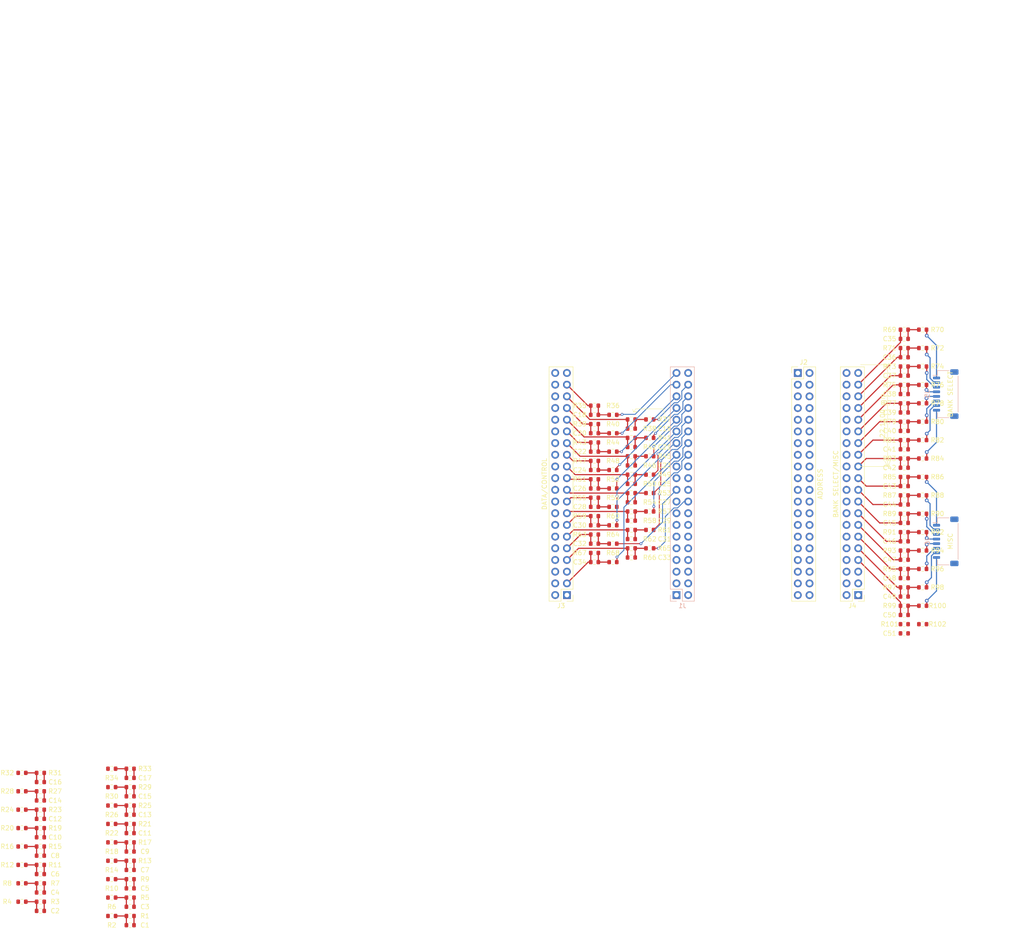
<source format=kicad_pcb>
(kicad_pcb (version 20221018) (generator pcbnew)
  (layers (0 "F.Cu" signal) (31 "B.Cu" signal) (34 "B.Paste" user) (35 "F.Paste" user) (36 "B.SilkS" user "B.Silkscreen") (37 "F.SilkS" user "F.Silkscreen") (38 "B.Mask" user) (39 "F.Mask" user) (44 "Edge.Cuts" user))
  (net 0 "")
  (net 1 "Net-(J2-Pin_37)")
  (net 2 "Net-(C1-Pad1)")
  (net 3 "Net-(J2-Pin_35)")
  (net 4 "Net-(C2-Pad1)")
  (net 5 "Net-(J2-Pin_33)")
  (net 6 "Net-(C3-Pad1)")
  (net 7 "Net-(J2-Pin_31)")
  (net 8 "Net-(C4-Pad1)")
  (net 9 "Net-(J2-Pin_29)")
  (net 10 "Net-(C5-Pad1)")
  (net 11 "Net-(J2-Pin_27)")
  (net 12 "Net-(C6-Pad1)")
  (net 13 "Net-(J2-Pin_25)")
  (net 14 "Net-(C7-Pad1)")
  (net 15 "Net-(J2-Pin_23)")
  (net 16 "Net-(C8-Pad1)")
  (net 17 "Net-(J2-Pin_21)")
  (net 18 "Net-(C9-Pad1)")
  (net 19 "Net-(J2-Pin_19)")
  (net 20 "Net-(C10-Pad1)")
  (net 21 "Net-(J2-Pin_17)")
  (net 22 "Net-(C11-Pad1)")
  (net 23 "Net-(J2-Pin_15)")
  (net 24 "Net-(C12-Pad1)")
  (net 25 "Net-(J2-Pin_13)")
  (net 26 "Net-(C13-Pad1)")
  (net 27 "Net-(J2-Pin_11)")
  (net 28 "Net-(C14-Pad1)")
  (net 29 "Net-(J2-Pin_9)")
  (net 30 "Net-(C15-Pad1)")
  (net 31 "Net-(J2-Pin_7)")
  (net 32 "Net-(C16-Pad1)")
  (net 33 "Net-(J2-Pin_3)")
  (net 34 "Net-(C17-Pad1)")
  (net 35 "Net-(J3-Pin_37)")
  (net 36 "Net-(C18-Pad2)")
  (net 37 "Net-(J3-Pin_35)")
  (net 38 "Net-(C19-Pad2)")
  (net 39 "Net-(J3-Pin_33)")
  (net 40 "Net-(C20-Pad2)")
  (net 41 "Net-(J3-Pin_31)")
  (net 42 "Net-(C21-Pad2)")
  (net 43 "Net-(J3-Pin_29)")
  (net 44 "Net-(C22-Pad2)")
  (net 45 "Net-(J3-Pin_27)")
  (net 46 "Net-(C23-Pad2)")
  (net 47 "Net-(J3-Pin_25)")
  (net 48 "Net-(C24-Pad2)")
  (net 49 "Net-(J3-Pin_23)")
  (net 50 "Net-(C25-Pad2)")
  (net 51 "Net-(J3-Pin_21)")
  (net 52 "Net-(C26-Pad2)")
  (net 53 "Net-(J3-Pin_19)")
  (net 54 "Net-(C27-Pad2)")
  (net 55 "Net-(J3-Pin_17)")
  (net 56 "Net-(C28-Pad2)")
  (net 57 "Net-(J3-Pin_15)")
  (net 58 "Net-(C29-Pad2)")
  (net 59 "Net-(J3-Pin_13)")
  (net 60 "Net-(C30-Pad2)")
  (net 61 "Net-(J3-Pin_11)")
  (net 62 "Net-(C31-Pad2)")
  (net 63 "Net-(J3-Pin_9)")
  (net 64 "Net-(C32-Pad2)")
  (net 65 "Net-(J3-Pin_7)")
  (net 66 "Net-(C33-Pad2)")
  (net 67 "Net-(J3-Pin_3)")
  (net 68 "Net-(C34-Pad2)")
  (net 69 "Net-(J4-Pin_37)")
  (net 70 "Net-(C35-Pad2)")
  (net 71 "Net-(J4-Pin_35)")
  (net 72 "Net-(C36-Pad2)")
  (net 73 "Net-(J4-Pin_33)")
  (net 74 "Net-(C37-Pad2)")
  (net 75 "Net-(J4-Pin_31)")
  (net 76 "Net-(C38-Pad2)")
  (net 77 "Net-(J4-Pin_29)")
  (net 78 "Net-(C39-Pad2)")
  (net 79 "Net-(J4-Pin_27)")
  (net 80 "Net-(C40-Pad2)")
  (net 81 "Net-(J4-Pin_25)")
  (net 82 "Net-(C41-Pad2)")
  (net 83 "Net-(J4-Pin_23)")
  (net 84 "Net-(C42-Pad2)")
  (net 85 "Net-(J4-Pin_21)")
  (net 86 "Net-(C43-Pad2)")
  (net 87 "Net-(J4-Pin_19)")
  (net 88 "Net-(C44-Pad2)")
  (net 89 "Net-(J4-Pin_17)")
  (net 90 "Net-(C45-Pad2)")
  (net 91 "Net-(J4-Pin_15)")
  (net 92 "Net-(C46-Pad2)")
  (net 93 "Net-(J4-Pin_13)")
  (net 94 "Net-(C47-Pad2)")
  (net 95 "Net-(J4-Pin_11)")
  (net 96 "Net-(C48-Pad2)")
  (net 97 "Net-(J4-Pin_9)")
  (net 98 "Net-(C49-Pad2)")
  (net 99 "Net-(J4-Pin_7)")
  (net 100 "Net-(C50-Pad2)")
  (net 101 "Net-(J4-Pin_3)")
  (net 102 "Net-(C51-Pad2)")
  (net 104 "Net-(J1-Pin_2)")
  (net 105 "Net-(J1-Pin_3)")
  (net 106 "Net-(J1-Pin_4)")
  (net 107 "Net-(J1-Pin_5)")
  (net 108 "Net-(J1-Pin_6)")
  (net 109 "Net-(J1-Pin_7)")
  (net 110 "Net-(J1-Pin_8)")
  (net 111 "Net-(J1-Pin_9)")
  (net 112 "Net-(J1-Pin_10)")
  (net 113 "Net-(J1-Pin_11)")
  (net 114 "Net-(J1-Pin_12)")
  (net 115 "Net-(J1-Pin_13)")
  (net 116 "Net-(J1-Pin_14)")
  (net 117 "Net-(J1-Pin_15)")
  (net 118 "Net-(J1-Pin_16)")
  (net 119 "Net-(J1-Pin_17)")
  (net 120 "Net-(J1-Pin_18)")
  (net 121 "Net-(J1-Pin_19)")
  (net 122 "GND")
  (net 124 "Net-(J1-Pin_23)")
  (net 125 "Net-(J1-Pin_24)")
  (net 126 "Net-(J1-Pin_25)")
  (net 127 "Net-(J1-Pin_26)")
  (net 128 "Net-(J1-Pin_27)")
  (net 129 "Net-(J1-Pin_28)")
  (net 130 "Net-(J1-Pin_29)")
  (net 131 "Net-(J1-Pin_30)")
  (net 132 "Net-(J1-Pin_31)")
  (net 133 "Net-(J1-Pin_32)")
  (net 134 "Net-(J1-Pin_33)")
  (net 135 "Net-(J1-Pin_34)")
  (net 136 "Net-(J1-Pin_35)")
  (net 137 "Net-(J1-Pin_36)")
  (net 138 "Net-(J1-Pin_37)")
  (net 139 "Net-(J1-Pin_38)")
  (net 140 "Net-(J1-Pin_39)")
  (net 151 "Net-(J5-Pin_1)")
  (net 152 "Net-(J5-Pin_2)")
  (net 153 "Net-(J5-Pin_3)")
  (net 154 "Net-(J5-Pin_4)")
  (net 155 "Net-(J5-Pin_5)")
  (net 156 "Net-(J5-Pin_6)")
  (net 157 "Net-(J5-Pin_7)")
  (net 158 "Net-(J5-Pin_8)")
  (net 160 "Net-(J6-Pin_1)")
  (net 161 "Net-(J6-Pin_2)")
  (net 162 "Net-(J6-Pin_3)")
  (net 163 "Net-(J6-Pin_4)")
  (net 164 "Net-(J6-Pin_5)")
  (net 165 "Net-(J6-Pin_6)")
  (net 166 "Net-(J6-Pin_7)")
  (net 167 "Net-(J6-Pin_8)")
  (footprint "Resistor_SMD:R_0603_1608Metric" (layer "F.Cu") (at -73.425 202.6)
    (fp_text reference "R6")
    (fp_text value "250R" hide)
  )
  (footprint "Resistor_SMD:R_0603_1608Metric" (layer "F.Cu") (at 98.7 137.19)
    (fp_text reference "C49")
    (fp_text value "8.2pF")
  )
  (footprint "Resistor_SMD:R_0603_1608Metric" (layer "F.Cu") (at 31.425 107.7)
    (fp_text reference "R47")
    (fp_text value "90.9k")
  )
  (footprint "Resistor_SMD:R_0603_1608Metric" (layer "F.Cu") (at -88.925 185.5)
    (fp_text reference "C12")
    (fp_text value "8.2pF" hide)
  )
  (footprint "Resistor_SMD:R_0603_1608Metric" (layer "F.Cu") (at 102.7 111.19)
    (fp_text reference "R86")
    (fp_text value "250R")
  )
  (footprint "Resistor_SMD:R_0603_1608Metric" (layer "F.Cu") (at 39.425 120.7)
    (fp_text reference "C29")
    (fp_text value "8.2pF")
  )
  (footprint "Resistor_SMD:R_0603_1608Metric" (layer "F.Cu") (at 31.425 119.7)
    (fp_text reference "R59")
    (fp_text value "90.9k")
  )
  (footprint "Resistor_SMD:R_0603_1608Metric" (layer "F.Cu") (at 102.7 91.19)
    (fp_text reference "R76")
    (fp_text value "250R")
  )
  (footprint "Resistor_SMD:R_0603_1608Metric" (layer "F.Cu") (at -92.925 175.5)
    (fp_text reference "R32")
    (fp_text value "250R" hide)
  )
  (footprint "Resistor_SMD:R_0603_1608Metric" (layer "F.Cu") (at 98.7 113.19)
    (fp_text reference "C43")
    (fp_text value "8.2pF")
  )
  (footprint "Resistor_SMD:R_0603_1608Metric" (layer "F.Cu") (at -88.925 189.5)
    (fp_text reference "C10")
    (fp_text value "8.2pF" hide)
  )
  (footprint "Resistor_SMD:R_0603_1608Metric" (layer "F.Cu") (at -92.925 183.5)
    (fp_text reference "R24")
    (fp_text value "250R" hide)
  )
  (footprint "Resistor_SMD:R_0603_1608Metric" (layer "F.Cu") (at 102.7 127.19)
    (fp_text reference "R94")
    (fp_text value "250R")
  )
  (footprint "Resistor_SMD:R_0603_1608Metric" (layer "F.Cu") (at 43.425 118.7)
    (fp_text reference "R58")
    (fp_text value "250R")
  )
  (footprint "Resistor_SMD:R_0603_1608Metric" (layer "F.Cu") (at 31.425 117.7)
    (fp_text reference "C28")
    (fp_text value "8.2pF")
  )
  (footprint "Resistor_SMD:R_0603_1608Metric" (layer "F.Cu") (at 39.425 112.7)
    (fp_text reference "C25")
    (fp_text value "8.2pF")
  )
  (footprint "Resistor_SMD:R_0603_1608Metric" (layer "F.Cu") (at 35.425 101.7)
    (fp_text reference "R40")
    (fp_text value "250R")
  )
  (footprint "Resistor_SMD:R_0603_1608Metric" (layer "F.Cu") (at -73.425 182.6)
    (fp_text reference "R26")
    (fp_text value "250R" hide)
  )
  (footprint "Resistor_SMD:R_0603_1608Metric" (layer "F.Cu") (at 98.7 105.19)
    (fp_text reference "C41")
    (fp_text value "8.2pF")
  )
  (footprint "Resistor_SMD:R_0603_1608Metric" (layer "F.Cu") (at 98.7 115.19)
    (fp_text reference "R87")
    (fp_text value "90.9k")
  )
  (footprint "Resistor_SMD:R_0603_1608Metric" (layer "F.Cu") (at 98.7 123.19)
    (fp_text reference "R91")
    (fp_text value "90.9k")
  )
  (footprint "Resistor_SMD:R_0603_1608Metric" (layer "F.Cu") (at -69.425 206.6)
    (fp_text reference "R1")
    (fp_text value "90.9k" hide)
  )
  (footprint "Resistor_SMD:R_0603_1608Metric" (layer "F.Cu") (at -73.425 194.6)
    (fp_text reference "R14")
    (fp_text value "250R" hide)
  )
  (footprint "Resistor_SMD:R_0603_1608Metric" (layer "F.Cu") (at 31.425 109.7)
    (fp_text reference "C24")
    (fp_text value "8.2pF")
  )
  (footprint "Resistor_SMD:R_0603_1608Metric" (layer "F.Cu") (at 102.7 83.19)
    (fp_text reference "R72")
    (fp_text value "250R")
  )
  (footprint "Resistor_SMD:R_0603_1608Metric" (layer "F.Cu") (at 98.7 117.19)
    (fp_text reference "C44")
    (fp_text value "8.2pF")
  )
  (footprint "Resistor_SMD:R_0603_1608Metric" (layer "F.Cu") (at 98.7 131.19)
    (fp_text reference "R95")
    (fp_text value "90.9k")
  )
  (footprint "Resistor_SMD:R_0603_1608Metric" (layer "F.Cu") (at 98.7 127.19)
    (fp_text reference "R93")
    (fp_text value "90.9k")
  )
  (footprint "Resistor_SMD:R_0603_1608Metric" (layer "F.Cu") (at 98.7 81.19)
    (fp_text reference "C35")
    (fp_text value "8.2pF")
  )
  (footprint "Resistor_SMD:R_0603_1608Metric" (layer "F.Cu") (at -69.425 202.6)
    (fp_text reference "R5")
    (fp_text value "90.9k" hide)
  )
  (footprint "Resistor_SMD:R_0603_1608Metric" (layer "F.Cu") (at 35.425 121.7)
    (fp_text reference "R60")
    (fp_text value "250R")
  )
  (footprint "Resistor_SMD:R_0603_1608Metric" (layer "F.Cu") (at 102.7 135.19)
    (fp_text reference "R98")
    (fp_text value "250R")
  )
  (footprint "Resistor_SMD:R_0603_1608Metric" (layer "F.Cu") (at -88.925 203.5)
    (fp_text reference "R3")
    (fp_text value "90.9k" hide)
  )
  (footprint "Resistor_SMD:R_0603_1608Metric" (layer "F.Cu") (at 98.7 125.19)
    (fp_text reference "C46")
    (fp_text value "8.2pF")
  )
  (footprint "Resistor_SMD:R_0603_1608Metric" (layer "F.Cu") (at -69.425 182.6)
    (fp_text reference "R25")
    (fp_text value "90.9k" hide)
  )
  (footprint "Resistor_SMD:R_0603_1608Metric" (layer "F.Cu") (at -73.425 186.6)
    (fp_text reference "R22")
    (fp_text value "250R" hide)
  )
  (footprint "Resistor_SMD:R_0603_1608Metric" (layer "F.Cu") (at -69.425 200.6)
    (fp_text reference "C5")
    (fp_text value "8.2pF" hide)
  )
  (footprint "Resistor_SMD:R_0603_1608Metric" (layer "F.Cu") (at -69.425 196.6)
    (fp_text reference "C7")
    (fp_text value "8.2pF" hide)
  )
  (footprint "Resistor_SMD:R_0603_1608Metric" (layer "F.Cu") (at 35.425 125.7)
    (fp_text reference "R64")
    (fp_text value "250R")
  )
  (footprint "Resistor_SMD:R_0603_1608Metric" (layer "F.Cu") (at 98.7 87.19)
    (fp_text reference "R73")
    (fp_text value "90.9k")
  )
  (footprint "Resistor_SMD:R_0603_1608Metric" (layer "F.Cu") (at 43.425 110.7)
    (fp_text reference "R50")
    (fp_text value "250R")
  )
  (footprint "Resistor_SMD:R_0603_1608Metric" (layer "F.Cu") (at -88.925 183.5)
    (fp_text reference "R23")
    (fp_text value "90.9k" hide)
  )
  (footprint "Resistor_SMD:R_0603_1608Metric" (layer "F.Cu") (at 98.7 101.19)
    (fp_text reference "C40")
    (fp_text value "8.2pF")
  )
  (footprint "Resistor_SMD:R_0603_1608Metric" (layer "F.Cu") (at -69.425 176.6)
    (fp_text reference "C17")
    (fp_text value "8.2pF" hide)
  )
  (footprint "Resistor_SMD:R_0603_1608Metric" (layer "F.Cu") (at 39.425 118.7)
    (fp_text reference "R57")
    (fp_text value "90.9k")
  )
  (footprint "Resistor_SMD:R_0603_1608Metric" (layer "F.Cu") (at 98.7 109.19)
    (fp_text reference "C42")
    (fp_text value "8.2pF")
  )
  (footprint "Resistor_SMD:R_0603_1608Metric" (layer "F.Cu") (at 102.7 119.19)
    (fp_text reference "R90")
    (fp_text value "250R")
  )
  (footprint "Resistor_SMD:R_0603_1608Metric" (layer "F.Cu") (at 31.425 95.7)
    (fp_text reference "R35")
    (fp_text value "90.9k")
  )
  (footprint "Resistor_SMD:R_0603_1608Metric" (layer "F.Cu") (at 43.425 126.7)
    (fp_text reference "R66")
    (fp_text value "250R")
  )
  (footprint "Resistor_SMD:R_0603_1608Metric" (layer "F.Cu") (at 102.7 115.19)
    (fp_text reference "R88")
    (fp_text value "250R")
  )
  (footprint "Resistor_SMD:R_0603_1608Metric" (layer "F.Cu") (at 31.425 97.7)
    (fp_text reference "C18")
    (fp_text value "8.2pF")
  )
  (footprint "Connector_PinHeader_2.54mm:PinHeader_2x20_P2.54mm_Vertical" (layer "F.Cu") (at 75.575 88.61)
    (fp_text reference "J2")
    (fp_text value "ADDRESS")
  )
  (footprint "Resistor_SMD:R_0603_1608Metric" (layer "F.Cu") (at 35.425 105.7)
    (fp_text reference "R44")
    (fp_text value "250R")
  )
  (footprint "Resistor_SMD:R_0603_1608Metric" (layer "F.Cu") (at -69.425 208.6)
    (fp_text reference "C1")
    (fp_text value "8.2pF" hide)
  )
  (footprint "Resistor_SMD:R_0603_1608Metric" (layer "F.Cu") (at 98.7 143.19)
    (fp_text reference "R101")
    (fp_text value "90.9k")
  )
  (footprint "Resistor_SMD:R_0603_1608Metric" (layer "F.Cu") (at -69.425 188.6)
    (fp_text reference "C11")
    (fp_text value "8.2pF" hide)
  )
  (footprint "Resistor_SMD:R_0603_1608Metric" (layer "F.Cu") (at 35.425 129.7)
    (fp_text reference "R68")
    (fp_text value "250R")
  )
  (footprint "Resistor_SMD:R_0603_1608Metric" (layer "F.Cu") (at -69.425 190.6)
    (fp_text reference "R17")
    (fp_text value "90.9k" hide)
  )
  (footprint "Resistor_SMD:R_0603_1608Metric" (layer "F.Cu") (at 39.425 116.7)
    (fp_text reference "C27")
    (fp_text value "8.2pF")
  )
  (footprint "Resistor_SMD:R_0603_1608Metric" (layer "F.Cu") (at -69.425 184.6)
    (fp_text reference "C13")
    (fp_text value "8.2pF" hide)
  )
  (footprint "Resistor_SMD:R_0603_1608Metric" (layer "F.Cu") (at 98.7 141.19)
    (fp_text reference "C50")
    (fp_text value "8.2pF")
  )
  (footprint "Resistor_SMD:R_0603_1608Metric" (layer "F.Cu") (at 31.425 111.7)
    (fp_text reference "R51")
    (fp_text value "90.9k")
  )
  (footprint "Resistor_SMD:R_0603_1608Metric" (layer "F.Cu") (at 102.7 95.19)
    (fp_text reference "R78")
    (fp_text value "250R")
  )
  (footprint "Resistor_SMD:R_0603_1608Metric" (layer "F.Cu") (at -92.925 195.5)
    (fp_text reference "R12")
    (fp_text value "250R" hide)
  )
  (footprint "Resistor_SMD:R_0603_1608Metric" (layer "F.Cu") (at 98.7 91.19)
    (fp_text reference "R75")
    (fp_text value "90.9k")
  )
  (footprint "Resistor_SMD:R_0603_1608Metric" (layer "F.Cu") (at 39.425 104.7)
    (fp_text reference "C21")
    (fp_text value "8.2pF")
  )
  (footprint "Resistor_SMD:R_0603_1608Metric" (layer "F.Cu") (at 98.7 83.19)
    (fp_text reference "R71")
    (fp_text value "90.9k")
  )
  (footprint "Connector_PinHeader_2.54mm:PinHeader_2x20_P2.54mm_Vertical" (layer "F.Cu") (at 25.425 136.86 180)
    (fp_text reference "J3")
    (fp_text value "DATA/CONTROL")
  )
  (footprint "Resistor_SMD:R_0603_1608Metric" (layer "F.Cu") (at 102.7 107.19)
    (fp_text reference "R84")
    (fp_text value "250R")
  )
  (footprint "Resistor_SMD:R_0603_1608Metric" (layer "F.Cu") (at 98.7 95.19)
    (fp_text reference "R77")
    (fp_text value "90.9k")
  )
  (footprint "Resistor_SMD:R_0603_1608Metric" (layer "F.Cu") (at 98.7 129.19)
    (fp_text reference "C47")
    (fp_text value "8.2pF")
  )
  (footprint "Resistor_SMD:R_0603_1608Metric" (layer "F.Cu") (at 98.7 99.19)
    (fp_text reference "R79")
    (fp_text value "90.9k")
  )
  (footprint "Resistor_SMD:R_0603_1608Metric" (layer "F.Cu") (at 98.7 121.19)
    (fp_text reference "C45")
    (fp_text value "8.2pF")
  )
  (footprint "Resistor_SMD:R_0603_1608Metric" (layer "F.Cu") (at -88.925 177.5)
    (fp_text reference "C16")
    (fp_text value "8.2pF" hide)
  )
  (footprint "Resistor_SMD:R_0603_1608Metric" (layer "F.Cu") (at -88.925 197.5)
    (fp_text reference "C6")
    (fp_text value "8.2pF" hide)
  )
  (footprint "Resistor_SMD:R_0603_1608Metric" (layer "F.Cu") (at 102.7 99.19)
    (fp_text reference "R80")
    (fp_text value "250R")
  )
  (footprint "Resistor_SMD:R_0603_1608Metric" (layer "F.Cu") (at 31.425 105.7)
    (fp_text reference "C22")
    (fp_text value "8.2pF")
  )
  (footprint "Resistor_SMD:R_0603_1608Metric" (layer "F.Cu") (at 98.7 107.19)
    (fp_text reference "R83")
    (fp_text value "90.9k")
  )
  (footprint "Resistor_SMD:R_0603_1608Metric" (layer "F.Cu") (at 39.425 110.7)
    (fp_text reference "R49")
    (fp_text value "90.9k")
  )
  (footprint "Resistor_SMD:R_0603_1608Metric" (layer "F.Cu") (at -88.925 201.5)
    (fp_text reference "C4")
    (fp_text value "8.2pF" hide)
  )
  (footprint "Resistor_SMD:R_0603_1608Metric" (layer "F.Cu") (at 98.7 93.19)
    (fp_text reference "C38")
    (fp_text value "8.2pF")
  )
  (footprint "Resistor_SMD:R_0603_1608Metric" (layer "F.Cu") (at 35.425 97.7)
    (fp_text reference "R36")
    (fp_text value "250R")
  )
  (footprint "Resistor_SMD:R_0603_1608Metric" (layer "F.Cu") (at -92.925 191.5)
    (fp_text reference "R16")
    (fp_text value "250R" hide)
  )
  (footprint "Resistor_SMD:R_0603_1608Metric" (layer "F.Cu") (at -92.925 187.5)
    (fp_text reference "R20")
    (fp_text value "250R" hide)
  )
  (footprint "Resistor_SMD:R_0603_1608Metric" (layer "F.Cu") (at 39.425 106.7)
    (fp_text reference "R45")
    (fp_text value "90.9k")
  )
  (footprint "Resistor_SMD:R_0603_1608Metric" (layer "F.Cu") (at 39.425 126.7)
    (fp_text reference "R65")
    (fp_text value "90.9k")
  )
  (footprint "Resistor_SMD:R_0603_1608Metric" (layer "F.Cu") (at 98.7 79.19)
    (fp_text reference "R69")
    (fp_text value "90.9k")
  )
  (footprint "Resistor_SMD:R_0603_1608Metric" (layer "F.Cu") (at 98.7 133.19)
    (fp_text reference "C48")
    (fp_text value "8.2pF")
  )
  (footprint "Resistor_SMD:R_0603_1608Metric" (layer "F.Cu") (at 98.7 135.19)
    (fp_text reference "R97")
    (fp_text value "90.9k")
  )
  (footprint "Resistor_SMD:R_0603_1608Metric" (layer "F.Cu") (at 39.425 128.7)
    (fp_text reference "C33")
    (fp_text value "8.2pF")
  )
  (footprint "Resistor_SMD:R_0603_1608Metric" (layer "F.Cu") (at 35.425 117.7)
    (fp_text reference "R56")
    (fp_text value "250R")
  )
  (footprint "Resistor_SMD:R_0603_1608Metric" (layer "F.Cu") (at 31.425 103.7)
    (fp_text reference "R43")
    (fp_text value "90.9k")
  )
  (footprint "Resistor_SMD:R_0603_1608Metric" (layer "F.Cu") (at 31.425 121.7)
    (fp_text reference "C30")
    (fp_text value "8.2pF")
  )
  (footprint "Resistor_SMD:R_0603_1608Metric" (layer "F.Cu") (at 31.425 125.7)
    (fp_text reference "C32")
    (fp_text value "8.2pF")
  )
  (footprint "Resistor_SMD:R_0603_1608Metric" (layer "F.Cu") (at 102.7 103.19)
    (fp_text reference "R82")
    (fp_text value "250R")
  )
  (footprint "Resistor_SMD:R_0603_1608Metric" (layer "F.Cu") (at -88.925 175.5)
    (fp_text reference "R31")
    (fp_text value "90.9k" hide)
  )
  (footprint "Resistor_SMD:R_0603_1608Metric" (layer "F.Cu") (at 31.425 101.7)
    (fp_text reference "C20")
    (fp_text value "8.2pF")
  )
  (footprint "Resistor_SMD:R_0603_1608Metric" (layer "F.Cu") (at 39.425 114.7)
    (fp_text reference "R53")
    (fp_text value "90.9k")
  )
  (footprint "Resistor_SMD:R_0603_1608Metric" (layer "F.Cu") (at 39.425 124.7)
    (fp_text reference "C31")
    (fp_text value "8.2pF")
  )
  (footprint "Resistor_SMD:R_0603_1608Metric" (layer "F.Cu") (at 31.425 129.7)
    (fp_text reference "C34")
    (fp_text value "8.2pF")
  )
  (footprint "Resistor_SMD:R_0603_1608Metric" (layer "F.Cu") (at 43.425 98.7)
    (fp_text reference "R38")
    (fp_text value "250R")
  )
  (footprint "Resistor_SMD:R_0603_1608Metric" (layer "F.Cu") (at -88.925 195.5)
    (fp_text reference "R11")
    (fp_text value "90.9k" hide)
  )
  (footprint "Resistor_SMD:R_0603_1608Metric" (layer "F.Cu") (at 98.7 97.19)
    (fp_text reference "C39")
    (fp_text value "8.2pF")
  )
  (footprint "Resistor_SMD:R_0603_1608Metric" (layer "F.Cu") (at 98.7 89.19)
    (fp_text reference "C37")
    (fp_text value "8.2pF")
  )
  (footprint "Resistor_SMD:R_0603_1608Metric" (layer "F.Cu") (at -69.425 198.6)
    (fp_text reference "R9")
    (fp_text value "90.9k" hide)
  )
  (footprint "Resistor_SMD:R_0603_1608Metric" (layer "F.Cu") (at 98.7 85.19)
    (fp_text reference "C36")
    (fp_text value "8.2pF")
  )
  (footprint "Resistor_SMD:R_0603_1608Metric" (layer "F.Cu") (at -69.425 186.6)
    (fp_text reference "R21")
    (fp_text value "90.9k" hide)
  )
  (footprint "Resistor_SMD:R_0603_1608Metric" (layer "F.Cu") (at -88.925 193.5)
    (fp_text reference "C8")
    (fp_text value "8.2pF" hide)
  )
  (footprint "Resistor_SMD:R_0603_1608Metric" (layer "F.Cu") (at 39.425 102.7)
    (fp_text reference "R41")
    (fp_text value "90.9k")
  )
  (footprint "Resistor_SMD:R_0603_1608Metric" (layer "F.Cu") (at -69.425 174.6)
    (fp_text reference "R33")
    (fp_text value "90.9k" hide)
  )
  (footprint "Resistor_SMD:R_0603_1608Metric" (layer "F.Cu") (at 102.7 139.19)
    (fp_text reference "R100")
    (fp_text value "250R")
  )
  (footprint "Resistor_SMD:R_0603_1608Metric" (layer "F.Cu") (at 31.425 127.7)
    (fp_text reference "R67")
    (fp_text value "90.9k")
  )
  (footprint "Resistor_SMD:R_0603_1608Metric" (layer "F.Cu") (at 98.7 111.19)
    (fp_text reference "R85")
    (fp_text value "90.9k")
  )
  (footprint "Resistor_SMD:R_0603_1608Metric" (layer "F.Cu") (at -88.925 179.5)
    (fp_text reference "R27")
    (fp_text value "90.9k" hide)
  )
  (footprint "Resistor_SMD:R_0603_1608Metric" (layer "F.Cu") (at 31.425 99.7)
    (fp_text reference "R39")
    (fp_text value "90.9k")
  )
  (footprint "Resistor_SMD:R_0603_1608Metric" (layer "F.Cu") (at 39.425 98.7)
    (fp_text reference "R37")
    (fp_text value "90.9k")
  )
  (footprint "Resistor_SMD:R_0603_1608Metric" (layer "F.Cu") (at 31.425 113.7)
    (fp_text reference "C26")
    (fp_text value "8.2pF")
  )
  (footprint "Resistor_SMD:R_0603_1608Metric" (layer "F.Cu") (at 39.425 100.7)
    (fp_text reference "C19")
    (fp_text value "8.2pF")
  )
  (footprint "Resistor_SMD:R_0603_1608Metric" (layer "F.Cu") (at -92.925 203.5)
    (fp_text reference "R4")
    (fp_text value "250R" hide)
  )
  (footprint "Resistor_SMD:R_0603_1608Metric" (layer "F.Cu") (at -73.425 198.6)
    (fp_text reference "R10")
    (fp_text value "250R" hide)
  )
  (footprint "Resistor_SMD:R_0603_1608Metric" (layer "F.Cu") (at 43.425 102.7)
    (fp_text reference "R42")
    (fp_text value "250R")
  )
  (footprint "Resistor_SMD:R_0603_1608Metric" (layer "F.Cu") (at -73.425 190.6)
    (fp_text reference "R18")
    (fp_text value "250R" hide)
  )
  (footprint "Resistor_SMD:R_0603_1608Metric" (layer "F.Cu") (at 35.425 113.7)
    (fp_text reference "R52")
    (fp_text value "250R")
  )
  (footprint "Resistor_SMD:R_0603_1608Metric" (layer "F.Cu") (at 43.425 106.7)
    (fp_text reference "R46")
    (fp_text value "250R")
  )
  (footprint "Resistor_SMD:R_0603_1608Metric" (layer "F.Cu") (at 102.7 131.19)
    (fp_text reference "R96")
    (fp_text value "250R")
  )
  (footprint "Resistor_SMD:R_0603_1608Metric" (layer "F.Cu") (at 98.7 119.19)
    (fp_text reference "R89")
    (fp_text value "90.9k")
  )
  (footprint "Resistor_SMD:R_0603_1608Metric" (layer "F.Cu") (at -88.925 199.5)
    (fp_text reference "R7")
    (fp_text value "90.9k" hide)
  )
  (footprint "Resistor_SMD:R_0603_1608Metric" (layer "F.Cu") (at -88.925 205.5)
    (fp_text reference "C2")
    (fp_text value "8.2pF" hide)
  )
  (footprint "Resistor_SMD:R_0603_1608Metric" (layer "F.Cu") (at -88.925 191.5)
    (fp_text reference "R15")
    (fp_text value "90.9k" hide)
  )
  (footprint "Resistor_SMD:R_0603_1608Metric" (layer "F.Cu") (at 43.425 114.7)
    (fp_text reference "R54")
    (fp_text value "250R")
  )
  (footprint "Resistor_SMD:R_0603_1608Metric" (layer "F.Cu") (at -92.925 179.5)
    (fp_text reference "R28")
    (fp_text value "250R" hide)
  )
  (footprint "Resistor_SMD:R_0603_1608Metric" (layer "F.Cu") (at 98.7 139.19)
    (fp_text reference "R99")
    (fp_text value "90.9k")
  )
  (footprint "Resistor_SMD:R_0603_1608Metric" (layer "F.Cu") (at 102.7 123.19)
    (fp_text reference "R92")
    (fp_text value "250R")
  )
  (footprint "Resistor_SMD:R_0603_1608Metric" (layer "F.Cu") (at 102.7 87.19)
    (fp_text reference "R74")
    (fp_text value "250R")
  )
  (footprint "Resistor_SMD:R_0603_1608Metric" (layer "F.Cu") (at -69.425 180.6)
    (fp_text reference "C15")
    (fp_text value "8.2pF" hide)
  )
  (footprint "Resistor_SMD:R_0603_1608Metric" (layer "F.Cu") (at 39.425 108.7)
    (fp_text reference "C23")
    (fp_text value "8.2pF")
  )
  (footprint "Resistor_SMD:R_0603_1608Metric" (layer "F.Cu") (at 98.7 145.19)
    (fp_text reference "C51")
    (fp_text value "8.2pF")
  )
  (footprint "Resistor_SMD:R_0603_1608Metric" (layer "F.Cu") (at 31.425 123.7)
    (fp_text reference "R63")
    (fp_text value "90.9k")
  )
  (footprint "Resistor_SMD:R_0603_1608Metric" (layer "F.Cu") (at 98.7 103.19)
    (fp_text reference "R81")
    (fp_text value "90.9k")
  )
  (footprint "Resistor_SMD:R_0603_1608Metric" (layer "F.Cu") (at -88.925 187.5)
    (fp_text reference "R19")
    (fp_text value "90.9k" hide)
  )
  (footprint "Resistor_SMD:R_0603_1608Metric" (layer "F.Cu") (at 39.425 122.7)
    (fp_text reference "R61")
    (fp_text value "90.9k")
  )
  (footprint "Resistor_SMD:R_0603_1608Metric" (layer "F.Cu") (at -73.425 206.6)
    (fp_text reference "R2")
    (fp_text value "250R" hide)
  )
  (footprint "Resistor_SMD:R_0603_1608Metric" (layer "F.Cu") (at -92.925 199.5)
    (fp_text reference "R8")
    (fp_text value "250R" hide)
  )
  (footprint "Resistor_SMD:R_0603_1608Metric" (layer "F.Cu") (at 43.425 122.7)
    (fp_text reference "R62")
    (fp_text value "250R")
  )
  (footprint "Resistor_SMD:R_0603_1608Metric" (layer "F.Cu") (at 35.425 109.7)
    (fp_text reference "R48")
    (fp_text value "250R")
  )
  (footprint "Connector_PinHeader_2.54mm:PinHeader_2x20_P2.54mm_Vertical" (layer "F.Cu") (at 88.7 136.86 180)
    (fp_text reference "J4")
    (fp_text value "BANK SELECT/MISC")
  )
  (footprint "Resistor_SMD:R_0603_1608Metric" (layer "F.Cu") (at -73.425 178.6)
    (fp_text reference "R30")
    (fp_text value "250R" hide)
  )
  (footprint "Resistor_SMD:R_0603_1608Metric" (layer "F.Cu") (at 31.425 115.7)
    (fp_text reference "R55")
    (fp_text value "90.9k")
  )
  (footprint "Resistor_SMD:R_0603_1608Metric" (layer "F.Cu") (at -88.925 181.5)
    (fp_text reference "C14")
    (fp_text value "8.2pF" hide)
  )
  (footprint "Resistor_SMD:R_0603_1608Metric" (layer "F.Cu") (at 102.7 79.19)
    (fp_text reference "R70")
    (fp_text value "250R")
  )
  (footprint "Resistor_SMD:R_0603_1608Metric" (layer "F.Cu") (at -69.425 204.6)
    (fp_text reference "C3")
    (fp_text value "8.2pF" hide)
  )
  (footprint "Resistor_SMD:R_0603_1608Metric" (layer "F.Cu") (at -69.425 192.6)
    (fp_text reference "C9")
    (fp_text value "8.2pF" hide)
  )
  (footprint "Resistor_SMD:R_0603_1608Metric" (layer "F.Cu") (at -73.425 174.6)
    (fp_text reference "R34")
    (fp_text value "250R" hide)
  )
  (footprint "Resistor_SMD:R_0603_1608Metric" (layer "F.Cu") (at -69.425 178.6)
    (fp_text reference "R29")
    (fp_text value "90.9k" hide)
  )
  (footprint "Resistor_SMD:R_0603_1608Metric" (layer "F.Cu") (at 102.7 143.19)
    (fp_text reference "R102")
    (fp_text value "250R")
  )
  (footprint "Resistor_SMD:R_0603_1608Metric" (layer "F.Cu") (at -69.425 194.6)
    (fp_text reference "R13")
    (fp_text value "90.9k" hide)
  )
  (footprint "Connector_PinHeader_2.54mm:PinHeader_2x20_P2.54mm_Vertical" (layer "B.Cu") (at 49.225 136.86)
    (fp_text reference "J1")
    (fp_text value "Conn_02x20_Counter_Clockwise" hide)
  )
  (footprint "Connector_JST:JST_SH_SM08B-SRSS-TB_1x08-1MP_P1.00mm_Horizontal" (layer "B.Cu") (at 107.7 125.19 -90)
    (fp_text reference "J6")
    (fp_text value "MISC")
  )
  (footprint "Connector_JST:JST_SH_SM08B-SRSS-TB_1x08-1MP_P1.00mm_Horizontal" (layer "B.Cu") (at 107.7 93.19 -90)
    (fp_text reference "J5")
    (fp_text value "BANK SELECT")
  )
  (gr_line (start 39.9 97.1) (end 39.7 96.5) (stroke (width 0.1)) (layer "F.SilkS"))
  (gr_line (start 40.7 97) (end 39.9 97.1) (stroke (width 0.1)) (layer "F.SilkS"))
  (gr_line (start 39.9 97.1) (end 40.7 97) (stroke (width 0.1)) (layer "F.SilkS"))
  (gr_line (start 46.7 97.5) (end 46.2 96.4) (stroke (width 0.1)) (layer "F.SilkS"))
  (gr_line (start 46.2 96.4) (end 40.4 96.4) (stroke (width 0.1)) (layer "F.SilkS"))
  (gr_line (start 40.4 96.4) (end 39.9 97.1) (stroke (width 0.1)) (layer "F.SilkS"))
  (segment (start -68.6 208.6) (end -68.6 206.6) (width 0.25) (layer "F.Cu") (net 1))
  (segment (start -70.25 206.6) (end -70.25 208.6) (width 0.25) (layer "F.Cu") (net 2))
  (segment (start -70.25 206.6) (end -72.6 206.6) (width 0.25) (layer "F.Cu") (net 2))
  (segment (start -88.1 205.5) (end -88.1 203.5) (width 0.25) (layer "F.Cu") (net 3))
  (segment (start -92.1 203.5) (end -89.75 203.5) (width 0.25) (layer "F.Cu") (net 4))
  (segment (start -89.75 203.5) (end -89.75 205.5) (width 0.25) (layer "F.Cu") (net 4))
  (segment (start -68.6 204.6) (end -68.6 202.6) (width 0.25) (layer "F.Cu") (net 5))
  (segment (start -70.25 202.6) (end -70.25 204.6) (width 0.25) (layer "F.Cu") (net 6))
  (segment (start -70.25 202.6) (end -72.6 202.6) (width 0.25) (layer "F.Cu") (net 6))
  (segment (start -88.1 201.5) (end -88.1 199.5) (width 0.25) (layer "F.Cu") (net 7))
  (segment (start -89.75 199.5) (end -89.75 201.5) (width 0.25) (layer "F.Cu") (net 8))
  (segment (start -89.75 199.5) (end -92.1 199.5) (width 0.25) (layer "F.Cu") (net 8))
  (segment (start -68.6 200.6) (end -68.6 198.6) (width 0.25) (layer "F.Cu") (net 9))
  (segment (start -72.6 198.6) (end -70.25 198.6) (width 0.25) (layer "F.Cu") (net 10))
  (segment (start -70.25 198.6) (end -70.25 200.6) (width 0.25) (layer "F.Cu") (net 10))
  (segment (start -88.1 197.5) (end -88.1 195.5) (width 0.25) (layer "F.Cu") (net 11))
  (segment (start -89.75 195.5) (end -89.75 197.5) (width 0.25) (layer "F.Cu") (net 12))
  (segment (start -92.1 195.5) (end -89.75 195.5) (width 0.25) (layer "F.Cu") (net 12))
  (segment (start -68.6 194.6) (end -68.6 196.6) (width 0.25) (layer "F.Cu") (net 13))
  (segment (start -70.25 196.6) (end -70.25 194.6) (width 0.25) (layer "F.Cu") (net 14))
  (segment (start -72.6 194.6) (end -70.25 194.6) (width 0.25) (layer "F.Cu") (net 14))
  (segment (start -88.1 191.5) (end -88.1 193.5) (width 0.25) (layer "F.Cu") (net 15))
  (segment (start -89.75 193.5) (end -89.75 191.5) (width 0.25) (layer "F.Cu") (net 16))
  (segment (start -89.75 191.5) (end -92.1 191.5) (width 0.25) (layer "F.Cu") (net 16))
  (segment (start -68.6 192.6) (end -68.6 190.6) (width 0.25) (layer "F.Cu") (net 17))
  (segment (start -72.6 190.6) (end -70.25 190.6) (width 0.25) (layer "F.Cu") (net 18))
  (segment (start -70.25 190.6) (end -70.25 192.6) (width 0.25) (layer "F.Cu") (net 18))
  (segment (start -88.1 187.5) (end -88.1 189.5) (width 0.25) (layer "F.Cu") (net 19))
  (segment (start -89.75 189.5) (end -89.75 187.5) (width 0.25) (layer "F.Cu") (net 20))
  (segment (start -89.75 187.5) (end -92.1 187.5) (width 0.25) (layer "F.Cu") (net 20))
  (segment (start -68.6 186.6) (end -68.6 188.6) (width 0.25) (layer "F.Cu") (net 21))
  (segment (start -70.25 188.6) (end -70.25 186.6) (width 0.25) (layer "F.Cu") (net 22))
  (segment (start -72.6 186.6) (end -70.25 186.6) (width 0.25) (layer "F.Cu") (net 22))
  (segment (start -88.1 185.5) (end -88.1 183.5) (width 0.25) (layer "F.Cu") (net 23))
  (segment (start -89.75 183.5) (end -89.75 185.5) (width 0.25) (layer "F.Cu") (net 24))
  (segment (start -89.75 183.5) (end -92.1 183.5) (width 0.25) (layer "F.Cu") (net 24))
  (segment (start -68.6 184.6) (end -68.6 182.6) (width 0.25) (layer "F.Cu") (net 25))
  (segment (start -70.25 182.6) (end -70.25 184.6) (width 0.25) (layer "F.Cu") (net 26))
  (segment (start -72.6 182.6) (end -70.25 182.6) (width 0.25) (layer "F.Cu") (net 26))
  (segment (start -88.1 181.5) (end -88.1 179.5) (width 0.25) (layer "F.Cu") (net 27))
  (segment (start -89.75 179.5) (end -89.75 181.5) (width 0.25) (layer "F.Cu") (net 28))
  (segment (start -89.75 179.5) (end -92.1 179.5) (width 0.25) (layer "F.Cu") (net 28))
  (segment (start -68.6 178.6) (end -68.6 180.6) (width 0.25) (layer "F.Cu") (net 29))
  (segment (start -70.25 178.6) (end -70.25 180.6) (width 0.25) (layer "F.Cu") (net 30))
  (segment (start -72.6 178.6) (end -70.25 178.6) (width 0.25) (layer "F.Cu") (net 30))
  (segment (start -88.1 175.5) (end -88.1 177.5) (width 0.25) (layer "F.Cu") (net 31))
  (segment (start -89.75 175.5) (end -89.75 177.5) (width 0.25) (layer "F.Cu") (net 32))
  (segment (start -92.1 175.5) (end -89.75 175.5) (width 0.25) (layer "F.Cu") (net 32))
  (segment (start -68.6 176.6) (end -68.6 174.6) (width 0.25) (layer "F.Cu") (net 33))
  (segment (start -70.25 174.6) (end -72.6 174.6) (width 0.25) (layer "F.Cu") (net 34))
  (segment (start -70.25 174.6) (end -70.25 176.6) (width 0.25) (layer "F.Cu") (net 34))
  (segment (start 29.985 95.7) (end 25.425 91.14) (width 0.25) (layer "F.Cu") (net 35))
  (segment (start 30.6 95.7) (end 29.985 95.7) (width 0.25) (layer "F.Cu") (net 35))
  (segment (start 30.6 97.7) (end 30.6 95.7) (width 0.25) (layer "F.Cu") (net 35))
  (segment (start 32.25 95.7) (end 32.25 97.7) (width 0.25) (layer "F.Cu") (net 36))
  (segment (start 34.6 97.7) (end 32.25 97.7) (width 0.2) (layer "F.Cu") (net 36))
  (segment (start 25.425 93.742462) (end 25.425 93.68) (width 0.25) (layer "F.Cu") (net 37))
  (segment (start 38.6 100.7) (end 38.6 98.7) (width 0.25) (layer "F.Cu") (net 37))
  (segment (start 38.6 98.7) (end 30.382538 98.7) (width 0.25) (layer "F.Cu") (net 37))
  (segment (start 30.382538 98.7) (end 25.425 93.742462) (width 0.25) (layer "F.Cu") (net 37))
  (segment (start 40.25 98.7) (end 42.6 98.7) (width 0.25) (layer "F.Cu") (net 38))
  (segment (start 40.25 98.7) (end 40.25 100.7) (width 0.25) (layer "F.Cu") (net 38))
  (segment (start 30.6 101.7) (end 30.6 99.7) (width 0.25) (layer "F.Cu") (net 39))
  (segment (start 30.6 99.7) (end 28.905 99.7) (width 0.25) (layer "F.Cu") (net 39))
  (segment (start 28.905 99.7) (end 25.425 96.22) (width 0.25) (layer "F.Cu") (net 39))
  (segment (start 32.25 101.7) (end 34.6 101.7) (width 0.25) (layer "F.Cu") (net 40))
  (segment (start 32.25 99.7) (end 32.25 101.7) (width 0.25) (layer "F.Cu") (net 40))
  (segment (start 29.165 102.5) (end 25.425 98.76) (width 0.25) (layer "F.Cu") (net 41))
  (segment (start 38.6 102.7) (end 38.4 102.5) (width 0.25) (layer "F.Cu") (net 41))
  (segment (start 38.4 102.5) (end 29.165 102.5) (width 0.25) (layer "F.Cu") (net 41))
  (segment (start 38.6 104.7) (end 38.6 102.7) (width 0.25) (layer "F.Cu") (net 41))
  (segment (start 40.25 102.7) (end 42.6 102.7) (width 0.25) (layer "F.Cu") (net 42))
  (segment (start 40.25 102.7) (end 40.25 104.7) (width 0.25) (layer "F.Cu") (net 42))
  (segment (start 27.825 103.7) (end 25.425 101.3) (width 0.25) (layer "F.Cu") (net 43))
  (segment (start 30.6 105.7) (end 30.6 103.7) (width 0.25) (layer "F.Cu") (net 43))
  (segment (start 30.6 103.7) (end 27.825 103.7) (width 0.25) (layer "F.Cu") (net 43))
  (segment (start 32.25 103.7) (end 32.25 105.7) (width 0.25) (layer "F.Cu") (net 44))
  (segment (start 32.25 105.7) (end 34.6 105.7) (width 0.25) (layer "F.Cu") (net 44))
  (segment (start 38.6 108.7) (end 38.6 106.7) (width 0.25) (layer "F.Cu") (net 45))
  (segment (start 38.6 106.7) (end 28.285 106.7) (width 0.25) (layer "F.Cu") (net 45))
  (segment (start 28.285 106.7) (end 25.425 103.84) (width 0.25) (layer "F.Cu") (net 45))
  (segment (start 40.25 106.7) (end 40.25 108.7) (width 0.25) (layer "F.Cu") (net 46))
  (segment (start 40.25 106.7) (end 42.6 106.7) (width 0.25) (layer "F.Cu") (net 46))
  (segment (start 30.6 109.7) (end 30.6 107.7) (width 0.25) (layer "F.Cu") (net 47))
  (segment (start 26.745 107.7) (end 25.425 106.38) (width 0.25) (layer "F.Cu") (net 47))
  (segment (start 30.6 107.7) (end 26.745 107.7) (width 0.25) (layer "F.Cu") (net 47))
  (segment (start 32.25 109.7) (end 34.6 109.7) (width 0.25) (layer "F.Cu") (net 48))
  (segment (start 32.25 107.7) (end 32.25 109.7) (width 0.25) (layer "F.Cu") (net 48))
  (segment (start 38.6 110.7) (end 27.205 110.7) (width 0.25) (layer "F.Cu") (net 49))
  (segment (start 38.6 112.7) (end 38.6 110.7) (width 0.25) (layer "F.Cu") (net 49))
  (segment (start 27.205 110.7) (end 25.425 108.92) (width 0.25) (layer "F.Cu") (net 49))
  (segment (start 40.25 110.7) (end 42.6 110.7) (width 0.25) (layer "F.Cu") (net 50))
  (segment (start 40.25 110.7) (end 40.25 112.7) (width 0.25) (layer "F.Cu") (net 50))
  (segment (start 25.665 111.7) (end 25.425 111.46) (width 0.25) (layer "F.Cu") (net 51))
  (segment (start 30.6 111.7) (end 25.665 111.7) (width 0.25) (layer "F.Cu") (net 51))
  (segment (start 30.6 113.7) (end 30.6 111.7) (width 0.25) (layer "F.Cu") (net 51))
  (segment (start 32.25 113.7) (end 34.6 113.7) (width 0.25) (layer "F.Cu") (net 52))
  (segment (start 32.25 111.7) (end 32.25 113.7) (width 0.25) (layer "F.Cu") (net 52))
  (segment (start 38.6 114.7) (end 26.125 114.7) (width 0.25) (layer "F.Cu") (net 53))
  (segment (start 26.125 114.7) (end 25.425 114) (width 0.25) (layer "F.Cu") (net 53))
  (segment (start 38.6 116.7) (end 38.6 114.7) (width 0.25) (layer "F.Cu") (net 53))
  (segment (start 40.25 114.7) (end 40.25 116.7) (width 0.25) (layer "F.Cu") (net 54))
  (segment (start 42.6 114.7) (end 40.25 114.7) (width 0.25) (layer "F.Cu") (net 54))
  (segment (start 26.265 115.7) (end 25.425 116.54) (width 0.25) (layer "F.Cu") (net 55))
  (segment (start 30.6 115.7) (end 26.265 115.7) (width 0.25) (layer "F.Cu") (net 55))
  (segment (start 30.6 117.7) (end 30.6 115.7) (width 0.25) (layer "F.Cu") (net 55))
  (segment (start 32.25 115.7) (end 32.25 117.7) (width 0.25) (layer "F.Cu") (net 56))
  (segment (start 32.25 117.7) (end 34.6 117.7) (width 0.25) (layer "F.Cu") (net 56))
  (segment (start 25.805 118.7) (end 25.425 119.08) (width 0.25) (layer "F.Cu") (net 57))
  (segment (start 38.6 120.7) (end 38.6 118.7) (width 0.25) (layer "F.Cu") (net 57))
  (segment (start 38.6 118.7) (end 25.805 118.7) (width 0.25) (layer "F.Cu") (net 57))
  (segment (start 40.25 118.7) (end 40.25 120.7) (width 0.25) (layer "F.Cu") (net 58))
  (segment (start 42.6 118.7) (end 40.25 118.7) (width 0.25) (layer "F.Cu") (net 58))
  (segment (start 27.345 119.7) (end 25.425 121.62) (width 0.25) (layer "F.Cu") (net 59))
  (segment (start 30.6 121.7) (end 30.6 119.7) (width 0.25) (layer "F.Cu") (net 59))
  (segment (start 30.6 119.7) (end 27.345 119.7) (width 0.25) (layer "F.Cu") (net 59))
  (segment (start 32.25 119.7) (end 32.25 121.7) (width 0.25) (layer "F.Cu") (net 60))
  (segment (start 32.25 121.7) (end 34.6 121.7) (width 0.25) (layer "F.Cu") (net 60))
  (segment (start 26.885 122.7) (end 25.425 124.16) (width 0.25) (layer "F.Cu") (net 61))
  (segment (start 38.6 124.7) (end 38.6 122.7) (width 0.25) (layer "F.Cu") (net 61))
  (segment (start 38.6 122.7) (end 26.885 122.7) (width 0.25) (layer "F.Cu") (net 61))
  (segment (start 40.25 122.7) (end 40.25 124.7) (width 0.25) (layer "F.Cu") (net 62))
  (segment (start 42.6 122.7) (end 40.25 122.7) (width 0.25) (layer "F.Cu") (net 62))
  (segment (start 30.6 125.7) (end 30.6 123.7) (width 0.25) (layer "F.Cu") (net 63))
  (segment (start 30.6 125.7) (end 30.6 125.585) (width 0.25) (layer "F.Cu") (net 63))
  (segment (start 30.6 123.7) (end 28.425 123.7) (width 0.25) (layer "F.Cu") (net 63))
  (segment (start 28.425 123.7) (end 25.425 126.7) (width 0.25) (layer "F.Cu") (net 63))
  (segment (start 32.25 125.7) (end 34.6 125.7) (width 0.25) (layer "F.Cu") (net 64))
  (segment (start 32.25 123.7) (end 32.25 125.7) (width 0.25) (layer "F.Cu") (net 64))
  (segment (start 27.965 126.7) (end 25.425 129.24) (width 0.25) (layer "F.Cu") (net 65))
  (segment (start 38.6 126.7) (end 38.6 128.7) (width 0.25) (layer "F.Cu") (net 65))
  (segment (start 38.6 126.7) (end 27.965 126.7) (width 0.25) (layer "F.Cu") (net 65))
  (segment (start 40.25 128.7) (end 40.25 126.7) (width 0.25) (layer "F.Cu") (net 66))
  (segment (start 42.6 126.7) (end 40.25 126.7) (width 0.25) (layer "F.Cu") (net 66))
  (segment (start 30.6 129.7) (end 30.6 127.7) (width 0.25) (layer "F.Cu") (net 67))
  (segment (start 30.045 129.7) (end 25.425 134.32) (width 0.25) (layer "F.Cu") (net 67))
  (segment (start 30.6 129.7) (end 30.045 129.7) (width 0.25) (layer "F.Cu") (net 67))
  (segment (start 32.25 129.7) (end 34.6 129.7) (width 0.25) (layer "F.Cu") (net 68))
  (segment (start 32.25 127.7) (end 32.25 129.7) (width 0.25) (layer "F.Cu") (net 68))
  (segment (start 97.875 81.19) (end 97.875 81.965) (width 0.25) (layer "F.Cu") (net 69))
  (segment (start 97.875 81.965) (end 88.7 91.14) (width 0.25) (layer "F.Cu") (net 69))
  (segment (start 97.875 79.19) (end 97.875 81.19) (width 0.25) (layer "F.Cu") (net 69))
  (segment (start 101.875 79.19) (end 99.525 79.19) (width 0.25) (layer "F.Cu") (net 70))
  (segment (start 99.525 79.19) (end 99.525 81.19) (width 0.25) (layer "F.Cu") (net 70))
  (segment (start 97.875 83.19) (end 97.875 85.19) (width 0.25) (layer "F.Cu") (net 71))
  (segment (start 97.875 85.19) (end 97.19 85.19) (width 0.25) (layer "F.Cu") (net 71))
  (segment (start 97.19 85.19) (end 88.7 93.68) (width 0.25) (layer "F.Cu") (net 71))
  (segment (start 99.525 83.19) (end 101.875 83.19) (width 0.25) (layer "F.Cu") (net 72))
  (segment (start 99.525 83.19) (end 99.525 85.19) (width 0.25) (layer "F.Cu") (net 72))
  (segment (start 97.875 89.19) (end 95.73 89.19) (width 0.25) (layer "F.Cu") (net 73))
  (segment (start 97.875 87.19) (end 97.875 89.19) (width 0.25) (layer "F.Cu") (net 73))
  (segment (start 95.73 89.19) (end 88.7 96.22) (width 0.25) (layer "F.Cu") (net 73))
  (segment (start 101.875 87.19) (end 99.525 87.19) (width 0.25) (layer "F.Cu") (net 74))
  (segment (start 99.525 87.19) (end 99.525 89.19) (width 0.25) (layer "F.Cu") (net 74))
  (segment (start 97.875 91.19) (end 97.875 93.19) (width 0.25) (layer "F.Cu") (net 75))
  (segment (start 96.27 91.19) (end 88.7 98.76) (width 0.25) (layer "F.Cu") (net 75))
  (segment (start 97.875 91.19) (end 96.27 91.19) (width 0.25) (layer "F.Cu") (net 75))
  (segment (start 99.525 91.19) (end 99.525 93.19) (width 0.25) (layer "F.Cu") (net 76))
  (segment (start 99.525 91.19) (end 101.875 91.19) (width 0.25) (layer "F.Cu") (net 76))
  (segment (start 94.81 95.19) (end 88.7 101.3) (width 0.25) (layer "F.Cu") (net 77))
  (segment (start 97.875 95.19) (end 94.81 95.19) (width 0.25) (layer "F.Cu") (net 77))
  (segment (start 97.875 95.19) (end 97.875 97.19) (width 0.25) (layer "F.Cu") (net 77))
  (segment (start 99.525 95.19) (end 99.525 97.19) (width 0.25) (layer "F.Cu") (net 78))
  (segment (start 101.875 95.19) (end 99.525 95.19) (width 0.25) (layer "F.Cu") (net 78))
  (segment (start 97.875 99.19) (end 93.35 99.19) (width 0.25) (layer "F.Cu") (net 79))
  (segment (start 93.35 99.19) (end 88.7 103.84) (width 0.25) (layer "F.Cu") (net 79))
  (segment (start 97.875 99.19) (end 97.875 101.19) (width 0.25) (layer "F.Cu") (net 79))
  (segment (start 99.525 99.19) (end 101.875 99.19) (width 0.25) (layer "F.Cu") (net 80))
  (segment (start 99.525 99.19) (end 99.525 101.19) (width 0.25) (layer "F.Cu") (net 80))
  (segment (start 91.89 103.19) (end 88.7 106.38) (width 0.25) (layer "F.Cu") (net 81))
  (segment (start 97.875 103.19) (end 91.89 103.19) (width 0.25) (layer "F.Cu") (net 81))
  (segment (start 97.875 103.19) (end 97.875 105.19) (width 0.25) (layer "F.Cu") (net 81))
  (segment (start 101.875 103.19) (end 99.525 103.19) (width 0.25) (layer "F.Cu") (net 82))
  (segment (start 99.525 103.19) (end 99.525 105.19) (width 0.25) (layer "F.Cu") (net 82))
  (segment (start 97.875 107.19) (end 90.43 107.19) (width 0.25) (layer "F.Cu") (net 83))
  (segment (start 97.875 107.19) (end 97.875 109.19) (width 0.25) (layer "F.Cu") (net 83))
  (segment (start 90.43 107.19) (end 88.7 108.92) (width 0.25) (layer "F.Cu") (net 83))
  (segment (start 99.525 107.19) (end 99.525 109.19) (width 0.25) (layer "F.Cu") (net 84))
  (segment (start 101.875 107.19) (end 99.525 107.19) (width 0.25) (layer "F.Cu") (net 84))
  (segment (start 97.875 111.19) (end 97.875 113.19) (width 0.25) (layer "F.Cu") (net 85))
  (segment (start 90.43 113.19) (end 88.7 111.46) (width 0.25) (layer "F.Cu") (net 85))
  (segment (start 97.875 113.19) (end 90.43 113.19) (width 0.25) (layer "F.Cu") (net 85))
  (segment (start 99.525 111.19) (end 99.525 113.19) (width 0.25) (layer "F.Cu") (net 86))
  (segment (start 99.525 111.19) (end 101.875 111.19) (width 0.25) (layer "F.Cu") (net 86))
  (segment (start 97.875 117.19) (end 91.89 117.19) (width 0.25) (layer "F.Cu") (net 87))
  (segment (start 91.89 117.19) (end 88.7 114) (width 0.25) (layer "F.Cu") (net 87))
  (segment (start 97.875 115.19) (end 97.875 117.19) (width 0.25) (layer "F.Cu") (net 87))
  (segment (start 101.875 115.19) (end 99.525 115.19) (width 0.25) (layer "F.Cu") (net 88))
  (segment (start 99.525 115.19) (end 99.525 117.19) (width 0.25) (layer "F.Cu") (net 88))
  (segment (start 97.875 121.19) (end 97.875 119.19) (width 0.25) (layer "F.Cu") (net 89))
  (segment (start 97.875 121.19) (end 93.35 121.19) (width 0.25) (layer "F.Cu") (net 89))
  (segment (start 93.35 121.19) (end 88.7 116.54) (width 0.25) (layer "F.Cu") (net 89))
  (segment (start 99.525 119.19) (end 99.525 121.19) (width 0.25) (layer "F.Cu") (net 90))
  (segment (start 99.525 119.19) (end 101.875 119.19) (width 0.25) (layer "F.Cu") (net 90))
  (segment (start 97.875 125.19) (end 94.81 125.19) (width 0.25) (layer "F.Cu") (net 91))
  (segment (start 94.81 125.19) (end 88.7 119.08) (width 0.25) (layer "F.Cu") (net 91))
  (segment (start 97.875 125.19) (end 97.875 123.19) (width 0.25) (layer "F.Cu") (net 91))
  (segment (start 101.875 123.19) (end 99.525 123.19) (width 0.25) (layer "F.Cu") (net 92))
  (segment (start 99.525 125.19) (end 99.525 123.19) (width 0.25) (layer "F.Cu") (net 92))
  (segment (start 97.875 129.19) (end 96.27 129.19) (width 0.25) (layer "F.Cu") (net 93))
  (segment (start 97.875 127.19) (end 97.875 129.19) (width 0.25) (layer "F.Cu") (net 93))
  (segment (start 96.27 129.19) (end 88.7 121.62) (width 0.25) (layer "F.Cu") (net 93))
  (segment (start 99.525 127.19) (end 101.875 127.19) (width 0.25) (layer "F.Cu") (net 94))
  (segment (start 99.525 129.19) (end 99.525 127.19) (width 0.25) (layer "F.Cu") (net 94))
  (segment (start 97.875 131.19) (end 97.875 133.19) (width 0.25) (layer "F.Cu") (net 95))
  (segment (start 97.875 131.19) (end 95.73 131.19) (width 0.25) (layer "F.Cu") (net 95))
  (segment (start 95.73 131.19) (end 88.7 124.16) (width 0.25) (layer "F.Cu") (net 95))
  (segment (start 99.525 131.19) (end 99.525 133.19) (width 0.25) (layer "F.Cu") (net 96))
  (segment (start 101.875 131.19) (end 99.525 131.19) (width 0.25) (layer "F.Cu") (net 96))
  (segment (start 97.875 135.19) (end 97.875 137.19) (width 0.25) (layer "F.Cu") (net 97))
  (segment (start 97.875 135.19) (end 97.19 135.19) (width 0.25) (layer "F.Cu") (net 97))
  (segment (start 97.19 135.19) (end 88.7 126.7) (width 0.25) (layer "F.Cu") (net 97))
  (segment (start 101.875 135.19) (end 99.525 135.19) (width 0.25) (layer "F.Cu") (net 98))
  (segment (start 99.525 135.19) (end 99.525 137.19) (width 0.25) (layer "F.Cu") (net 98))
  (segment (start 97.875 139.19) (end 97.875 138.415) (width 0.25) (layer "F.Cu") (net 99))
  (segment (start 97.875 139.19) (end 97.875 141.19) (width 0.25) (layer "F.Cu") (net 99))
  (segment (start 97.875 138.415) (end 88.7 129.24) (width 0.25) (layer "F.Cu") (net 99))
  (segment (start 99.525 139.19) (end 99.525 141.19) (width 0.25) (layer "F.Cu") (net 100))
  (segment (start 101.875 139.19) (end 99.525 139.19) (width 0.25) (layer "F.Cu") (net 100))
  (segment (start 45.3 126.7) (end 44.25 126.7) (width 0.2) (layer "F.Cu") (net 120))
  (via (at 45.3 126.7) (size 0.6) (drill 0.3) (layers "F.Cu" "B.Cu") (net 120))
  (segment (start 46.8 125.2) (end 45.3 126.7) (width 0.2) (layer "B.Cu") (net 120))
  (segment (start 50.851346 116.54) (end 49.461346 117.93) (width 0.2) (layer "B.Cu") (net 120))
  (segment (start 46.8 119.8) (end 46.8 125.2) (width 0.2) (layer "B.Cu") (net 120))
  (segment (start 49.461346 117.93) (end 48.67 117.93) (width 0.2) (layer "B.Cu") (net 120))
  (segment (start 48.67 117.93) (end 46.8 119.8) (width 0.2) (layer "B.Cu") (net 120))
  (segment (start 51.765 116.54) (end 50.851346 116.54) (width 0.2) (layer "B.Cu") (net 120))
  (segment (start 41.5 125.7) (end 36.25 125.7) (width 0.2) (layer "F.Cu") (net 121))
  (via (at 41.5 125.7) (size 0.6) (drill 0.3) (layers "F.Cu" "B.Cu") (net 121))
  (segment (start 46.2 117.025) (end 46.2 121) (width 0.2) (layer "B.Cu") (net 121))
  (segment (start 46.2 121) (end 41.5 125.7) (width 0.2) (layer "B.Cu") (net 121))
  (segment (start 49.225 114) (end 46.2 117.025) (width 0.2) (layer "B.Cu") (net 121))
  (segment (start 36.3 129.65) (end 36.25 129.7) (width 0.2) (layer "F.Cu") (net 126))
  (segment (start 36.3 128.6) (end 36.3 129.65) (width 0.2) (layer "F.Cu") (net 126))
  (via (at 36.3 128.6) (size 0.6) (drill 0.3) (layers "F.Cu" "B.Cu") (net 126))
  (segment (start 37.8 127.1) (end 36.3 128.6) (width 0.2) (layer "B.Cu") (net 126))
  (segment (start 37.8 117.805) (end 37.8 127.1) (width 0.2) (layer "B.Cu") (net 126))
  (segment (start 49.225 106.38) (end 37.8 117.805) (width 0.2) (layer "B.Cu") (net 126))
  (segment (start 45.5 121.45) (end 44.25 122.7) (width 0.2) (layer "F.Cu") (net 127))
  (segment (start 45.5 114.9) (end 45.5 121.45) (width 0.2) (layer "F.Cu") (net 127))
  (via (at 45.5 114.9) (size 0.6) (drill 0.3) (layers "F.Cu" "B.Cu") (net 127))
  (segment (start 50.375 109.396346) (end 49.461346 110.31) (width 0.2) (layer "B.Cu") (net 127))
  (segment (start 45.5 113.5) (end 45.5 114.9) (width 0.2) (layer "B.Cu") (net 127))
  (segment (start 50.375 107.77) (end 50.375 109.396346) (width 0.2) (layer "B.Cu") (net 127))
  (segment (start 48.69 110.31) (end 45.5 113.5) (width 0.2) (layer "B.Cu") (net 127))
  (segment (start 51.765 106.38) (end 50.375 107.77) (width 0.2) (layer "B.Cu") (net 127))
  (segment (start 49.461346 110.31) (end 48.69 110.31) (width 0.2) (layer "B.Cu") (net 127))
  (segment (start 36.3 120.6) (end 36.25 120.65) (width 0.2) (layer "F.Cu") (net 128))
  (segment (start 36.25 120.65) (end 36.25 121.7) (width 0.2) (layer "F.Cu") (net 128))
  (via (at 36.3 120.6) (size 0.6) (drill 0.3) (layers "F.Cu" "B.Cu") (net 128))
  (segment (start 36.3 120.6) (end 36.3 116.351471) (width 0.2) (layer "B.Cu") (net 128))
  (segment (start 48.811471 103.84) (end 49.225 103.84) (width 0.2) (layer "B.Cu") (net 128))
  (segment (start 36.3 116.351471) (end 48.811471 103.84) (width 0.2) (layer "B.Cu") (net 128))
  (segment (start 44.3 118.65) (end 44.25 118.7) (width 0.2) (layer "F.Cu") (net 129))
  (segment (start 44.3 117.6) (end 44.3 118.65) (width 0.2) (layer "F.Cu") (net 129))
  (via (at 44.3 117.6) (size 0.6) (drill 0.3) (layers "F.Cu" "B.Cu") (net 129))
  (segment (start 50.615 106.785) (end 49.63 107.77) (width 0.2) (layer "B.Cu") (net 129))
  (segment (start 50.615 104.99) (end 50.615 106.785) (width 0.2) (layer "B.Cu") (net 129))
  (segment (start 44.3 112.218654) (end 44.3 117.6) (width 0.2) (layer "B.Cu") (net 129))
  (segment (start 49.63 107.77) (end 48.748654 107.77) (width 0.2) (layer "B.Cu") (net 129))
  (segment (start 51.765 103.84) (end 50.615 104.99) (width 0.2) (layer "B.Cu") (net 129))
  (segment (start 48.748654 107.77) (end 44.3 112.218654) (width 0.2) (layer "B.Cu") (net 129))
  (segment (start 36.3 115.4) (end 36.3 117.65) (width 0.2) (layer "F.Cu") (net 130))
  (segment (start 36.3 117.65) (end 36.25 117.7) (width 0.2) (layer "F.Cu") (net 130))
  (via (at 36.3 115.4) (size 0.6) (drill 0.3) (layers "F.Cu" "B.Cu") (net 130))
  (segment (start 49.225 101.3) (end 36.3 114.225) (width 0.2) (layer "B.Cu") (net 130))
  (segment (start 36.3 114.225) (end 36.3 115.4) (width 0.2) (layer "B.Cu") (net 130))
  (segment (start 45.8 113.15) (end 44.25 114.7) (width 0.2) (layer "F.Cu") (net 131))
  (segment (start 45.8 107.7) (end 45.8 113.15) (width 0.2) (layer "F.Cu") (net 131))
  (via (at 45.8 107.7) (size 0.6) (drill 0.3) (layers "F.Cu" "B.Cu") (net 131))
  (segment (start 50.375 104.316346) (end 49.461346 105.23) (width 0.2) (layer "B.Cu") (net 131))
  (segment (start 51.765 101.3) (end 50.375 102.69) (width 0.2) (layer "B.Cu") (net 131))
  (segment (start 49.461346 105.23) (end 48.27 105.23) (width 0.2) (layer "B.Cu") (net 131))
  (segment (start 50.375 102.69) (end 50.375 104.316346) (width 0.2) (layer "B.Cu") (net 131))
  (segment (start 48.27 105.23) (end 45.8 107.7) (width 0.2) (layer "B.Cu") (net 131))
  (segment (start 36.3 111.7) (end 36.25 111.75) (width 0.2) (layer "F.Cu") (net 132))
  (segment (start 36.25 111.75) (end 36.25 113.7) (width 0.2) (layer "F.Cu") (net 132))
  (via (at 36.3 111.7) (size 0.6) (drill 0.3) (layers "F.Cu" "B.Cu") (net 132))
  (segment (start 36.3 111.7) (end 36.3 111.685) (width 0.2) (layer "B.Cu") (net 132))
  (segment (start 36.3 111.685) (end 49.225 98.76) (width 0.2) (layer "B.Cu") (net 132))
  (segment (start 45.2 109.75) (end 44.25 110.7) (width 0.2) (layer "F.Cu") (net 133))
  (segment (start 45.2 106.2) (end 45.2 109.75) (width 0.2) (layer "F.Cu") (net 133))
  (via (at 45.2 106.2) (size 0.6) (drill 0.3) (layers "F.Cu" "B.Cu") (net 133))
  (segment (start 45.2 106.2) (end 48.8 102.6) (width 0.2) (layer "B.Cu") (net 133))
  (segment (start 50.375 100.15) (end 51.765 98.76) (width 0.2) (layer "B.Cu") (net 133))
  (segment (start 50.375 101.776346) (end 50.375 100.15) (width 0.2) (layer "B.Cu") (net 133))
  (segment (start 49.551346 102.6) (end 50.375 101.776346) (width 0.2) (layer "B.Cu") (net 133))
  (segment (start 48.8 102.6) (end 49.551346 102.6) (width 0.2) (layer "B.Cu") (net 133))
  (segment (start 36.25 109.15) (end 36.25 109.7) (width 0.2) (layer "F.Cu") (net 134))
  (segment (start 36.9 108.5) (end 36.25 109.15) (width 0.2) (layer "F.Cu") (net 134))
  (via (at 36.9 108.5) (size 0.6) (drill 0.3) (layers "F.Cu" "B.Cu") (net 134))
  (segment (start 36.945 108.5) (end 49.225 96.22) (width 0.2) (layer "B.Cu") (net 134))
  (segment (start 36.9 108.5) (end 36.945 108.5) (width 0.2) (layer "B.Cu") (net 134))
  (segment (start 44.3 106.65) (end 44.25 106.7) (width 0.2) (layer "F.Cu") (net 135))
  (segment (start 44.3 104.6) (end 44.3 106.65) (width 0.2) (layer "F.Cu") (net 135))
  (via (at 44.3 104.6) (size 0.6) (drill 0.3) (layers "F.Cu" "B.Cu") (net 135))
  (segment (start 49.461346 100.15) (end 50.375 99.236346) (width 0.2) (layer "B.Cu") (net 135))
  (segment (start 48.75 100.15) (end 49.461346 100.15) (width 0.2) (layer "B.Cu") (net 135))
  (segment (start 50.375 99.236346) (end 50.375 97.61) (width 0.2) (layer "B.Cu") (net 135))
  (segment (start 50.375 97.61) (end 51.765 96.22) (width 0.2) (layer "B.Cu") (net 135))
  (segment (start 44.3 104.6) (end 48.75 100.15) (width 0.2) (layer "B.Cu") (net 135))
  (segment (start 37.3 105.7) (end 36.25 105.7) (width 0.2) (layer "F.Cu") (net 136))
  (via (at 37.3 105.7) (size 0.6) (drill 0.3) (layers "F.Cu" "B.Cu") (net 136))
  (segment (start 49.225 93.68) (end 37.3 105.605) (width 0.2) (layer "B.Cu") (net 136))
  (segment (start 37.3 105.605) (end 37.3 105.7) (width 0.2) (layer "B.Cu") (net 136))
  (segment (start 44.25 102.15) (end 44.25 102.7) (width 0.2) (layer "F.Cu") (net 137))
  (segment (start 44.7 101.7) (end 44.25 102.15) (width 0.2) (layer "F.Cu") (net 137))
  (via (at 44.7 101.7) (size 0.6) (drill 0.3) (layers "F.Cu" "B.Cu") (net 137))
  (segment (start 50.615 96.485) (end 50.615 94.83) (width 0.2) (layer "B.Cu") (net 137))
  (segment (start 48.748654 97.61) (end 49.49 97.61) (width 0.2) (layer "B.Cu") (net 137))
  (segment (start 50.615 94.83) (end 51.765 93.68) (width 0.2) (layer "B.Cu") (net 137))
  (segment (start 44.7 101.658654) (end 48.748654 97.61) (width 0.2) (layer "B.Cu") (net 137))
  (segment (start 44.7 101.7) (end 44.7 101.658654) (width 0.2) (layer "B.Cu") (net 137))
  (segment (start 49.49 97.61) (end 50.615 96.485) (width 0.2) (layer "B.Cu") (net 137))
  (segment (start 37.4 101.7) (end 36.25 101.7) (width 0.2) (layer "F.Cu") (net 138))
  (via (at 37.4 101.7) (size 0.6) (drill 0.3) (layers "F.Cu" "B.Cu") (net 138))
  (segment (start 49.225 91.14) (end 47.96 91.14) (width 0.2) (layer "B.Cu") (net 138))
  (segment (start 47.96 91.14) (end 37.4 101.7) (width 0.2) (layer "B.Cu") (net 138))
  (segment (start 45.4 98.7) (end 44.25 98.7) (width 0.2) (layer "F.Cu") (net 139))
  (via (at 45.4 98.7) (size 0.6) (drill 0.3) (layers "F.Cu" "B.Cu") (net 139))
  (segment (start 50.375 92.53) (end 50.375 94.156346) (width 0.2) (layer "B.Cu") (net 139))
  (segment (start 51.765 91.14) (end 50.375 92.53) (width 0.2) (layer "B.Cu") (net 139))
  (segment (start 45.4 98.418654) (end 45.4 98.7) (width 0.2) (layer "B.Cu") (net 139))
  (segment (start 50.375 94.156346) (end 49.461346 95.07) (width 0.2) (layer "B.Cu") (net 139))
  (segment (start 49.461346 95.07) (end 48.748654 95.07) (width 0.2) (layer "B.Cu") (net 139))
  (segment (start 48.748654 95.07) (end 45.4 98.418654) (width 0.2) (layer "B.Cu") (net 139))
  (segment (start 36.25 97.7) (end 37.3 97.7) (width 0.2) (layer "F.Cu") (net 140))
  (segment (start 37.3 97.7) (end 37.4 97.6) (width 0.2) (layer "F.Cu") (net 140))
  (via (at 37.4 97.6) (size 0.6) (drill 0.3) (layers "F.Cu" "B.Cu") (net 140))
  (segment (start 37.4 97.6) (end 40.225 97.6) (width 0.2) (layer "B.Cu") (net 140))
  (segment (start 40.225 97.6) (end 49.225 88.6) (width 0.2) (layer "B.Cu") (net 140))
  (segment (start 103.575 80.49) (end 103.575 79.24) (width 0.25) (layer "F.Cu") (net 151))
  (segment (start 103.575 79.24) (end 103.525 79.19) (width 0.25) (layer "F.Cu") (net 151))
  (via (at 103.575 80.49) (size 0.8) (drill 0.4) (layers "F.Cu" "B.Cu") (net 151))
  (segment (start 105.7 82.615) (end 103.575 80.49) (width 0.25) (layer "B.Cu") (net 151))
  (segment (start 105.7 89.69) (end 105.7 82.615) (width 0.25) (layer "B.Cu") (net 151))
  (segment (start 103.575 83.24) (end 103.525 83.19) (width 0.25) (layer "F.Cu") (net 152))
  (segment (start 103.575 84.59) (end 103.575 83.24) (width 0.25) (layer "F.Cu") (net 152))
  (via (at 103.575 84.59) (size 0.8) (drill 0.4) (layers "F.Cu" "B.Cu") (net 152))
  (segment (start 104.3 85.315) (end 103.575 84.59) (width 0.25) (layer "B.Cu") (net 152))
  (segment (start 105.7 90.69) (end 105.253249 90.69) (width 0.25) (layer "B.Cu") (net 152))
  (segment (start 105.253249 90.69) (end 104.3 89.736751) (width 0.25) (layer "B.Cu") (net 152))
  (segment (start 104.3 89.736751) (end 104.3 85.315) (width 0.25) (layer "B.Cu") (net 152))
  (segment (start 103.575 88.59) (end 103.575 87.24) (width 0.25) (layer "F.Cu") (net 153))
  (segment (start 103.575 87.24) (end 103.525 87.19) (width 0.25) (layer "F.Cu") (net 153))
  (via (at 103.575 88.59) (size 0.8) (drill 0.4) (layers "F.Cu" "B.Cu") (net 153))
  (segment (start 105.7 91.69) (end 105.253249 91.69) (width 0.25) (layer "B.Cu") (net 153))
  (segment (start 105.253249 91.69) (end 103.575 90.011751) (width 0.25) (layer "B.Cu") (net 153))
  (segment (start 103.575 90.011751) (end 103.575 88.59) (width 0.25) (layer "B.Cu") (net 153))
  (segment (start 103.525 92.29) (end 103.525 91.19) (width 0.25) (layer "F.Cu") (net 154))
  (via (at 103.525 92.29) (size 0.8) (drill 0.4) (layers "F.Cu" "B.Cu") (net 154))
  (segment (start 103.925 92.69) (end 105.7 92.69) (width 0.25) (layer "B.Cu") (net 154))
  (segment (start 103.525 92.29) (end 103.925 92.69) (width 0.25) (layer "B.Cu") (net 154))
  (segment (start 103.525 94.09) (end 103.525 95.19) (width 0.25) (layer "F.Cu") (net 155))
  (via (at 103.525 94.09) (size 0.8) (drill 0.4) (layers "F.Cu" "B.Cu") (net 155))
  (segment (start 103.525 94.09) (end 103.925 93.69) (width 0.25) (layer "B.Cu") (net 155))
  (segment (start 103.925 93.69) (end 105.7 93.69) (width 0.25) (layer "B.Cu") (net 155))
  (segment (start 103.575 99.14) (end 103.525 99.19) (width 0.25) (layer "F.Cu") (net 156))
  (segment (start 103.575 97.79) (end 103.575 99.14) (width 0.25) (layer "F.Cu") (net 156))
  (via (at 103.575 97.79) (size 0.8) (drill 0.4) (layers "F.Cu" "B.Cu") (net 156))
  (segment (start 105.7 94.69) (end 105.253249 94.69) (width 0.25) (layer "B.Cu") (net 156))
  (segment (start 105.253249 94.69) (end 103.575 96.368249) (width 0.25) (layer "B.Cu") (net 156))
  (segment (start 103.575 96.368249) (end 103.575 97.79) (width 0.25) (layer "B.Cu") (net 156))
  (segment (start 103.575 103.14) (end 103.525 103.19) (width 0.25) (layer "F.Cu") (net 157))
  (segment (start 103.575 101.79) (end 103.575 103.14) (width 0.25) (layer "F.Cu") (net 157))
  (via (at 103.575 101.79) (size 0.8) (drill 0.4) (layers "F.Cu" "B.Cu") (net 157))
  (segment (start 104.3 96.643249) (end 104.3 101.065) (width 0.25) (layer "B.Cu") (net 157))
  (segment (start 105.253249 95.69) (end 104.3 96.643249) (width 0.25) (layer "B.Cu") (net 157))
  (segment (start 105.7 95.69) (end 105.253249 95.69) (width 0.25) (layer "B.Cu") (net 157))
  (segment (start 104.3 101.065) (end 103.575 101.79) (width 0.25) (layer "B.Cu") (net 157))
  (segment (start 103.575 107.14) (end 103.525 107.19) (width 0.25) (layer "F.Cu") (net 158))
  (segment (start 103.575 105.79) (end 103.575 107.14) (width 0.25) (layer "F.Cu") (net 158))
  (via (at 103.575 105.79) (size 0.8) (drill 0.4) (layers "F.Cu" "B.Cu") (net 158))
  (segment (start 105.7 96.69) (end 105.7 103.665) (width 0.25) (layer "B.Cu") (net 158))
  (segment (start 105.7 103.665) (end 103.575 105.79) (width 0.25) (layer "B.Cu") (net 158))
  (segment (start 103.575 111.24) (end 103.525 111.19) (width 0.25) (layer "F.Cu") (net 160))
  (segment (start 103.575 112.29) (end 103.575 111.24) (width 0.25) (layer "F.Cu") (net 160))
  (via (at 103.575 112.29) (size 0.8) (drill 0.4) (layers "F.Cu" "B.Cu") (net 160))
  (segment (start 105.7 121.69) (end 105.7 114.415) (width 0.25) (layer "B.Cu") (net 160))
  (segment (start 105.7 114.415) (end 103.575 112.29) (width 0.25) (layer "B.Cu") (net 160))
  (segment (start 103.575 116.29) (end 103.575 115.24) (width 0.25) (layer "F.Cu") (net 161))
  (segment (start 103.575 115.24) (end 103.525 115.19) (width 0.25) (layer "F.Cu") (net 161))
  (via (at 103.575 116.29) (size 0.8) (drill 0.4) (layers "F.Cu" "B.Cu") (net 161))
  (segment (start 104.3 117.015) (end 103.575 116.29) (width 0.25) (layer "B.Cu") (net 161))
  (segment (start 104.3 121.736751) (end 104.3 117.015) (width 0.25) (layer "B.Cu") (net 161))
  (segment (start 105.253249 122.69) (end 104.3 121.736751) (width 0.25) (layer "B.Cu") (net 161))
  (segment (start 105.7 122.69) (end 105.253249 122.69) (width 0.25) (layer "B.Cu") (net 161))
  (segment (start 103.575 120.29) (end 103.575 119.24) (width 0.25) (layer "F.Cu") (net 162))
  (segment (start 103.575 119.24) (end 103.525 119.19) (width 0.25) (layer "F.Cu") (net 162))
  (via (at 103.575 120.29) (size 0.8) (drill 0.4) (layers "F.Cu" "B.Cu") (net 162))
  (segment (start 103.575 120.29) (end 103.575 122.011751) (width 0.25) (layer "B.Cu") (net 162))
  (segment (start 103.575 122.011751) (end 105.253249 123.69) (width 0.25) (layer "B.Cu") (net 162))
  (segment (start 105.253249 123.69) (end 105.7 123.69) (width 0.25) (layer "B.Cu") (net 162))
  (segment (start 103.575 123.24) (end 103.525 123.19) (width 0.25) (layer "F.Cu") (net 163))
  (segment (start 103.575 124.49) (end 103.575 123.24) (width 0.25) (layer "F.Cu") (net 163))
  (via (at 103.575 124.49) (size 0.8) (drill 0.4) (layers "F.Cu" "B.Cu") (net 163))
  (segment (start 105.7 124.69) (end 103.775 124.69) (width 0.25) (layer "B.Cu") (net 163))
  (segment (start 103.775 124.69) (end 103.575 124.49) (width 0.25) (layer "B.Cu") (net 163))
  (segment (start 103.575 125.89) (end 103.575 127.14) (width 0.25) (layer "F.Cu") (net 164))
  (segment (start 103.575 127.14) (end 103.525 127.19) (width 0.25) (layer "F.Cu") (net 164))
  (via (at 103.575 125.89) (size 0.8) (drill 0.4) (layers "F.Cu" "B.Cu") (net 164))
  (segment (start 105.7 125.69) (end 103.775 125.69) (width 0.25) (layer "B.Cu") (net 164))
  (segment (start 103.775 125.69) (end 103.575 125.89) (width 0.25) (layer "B.Cu") (net 164))
  (segment (start 103.575 129.99) (end 103.575 131.14) (width 0.25) (layer "F.Cu") (net 165))
  (segment (start 103.575 131.14) (end 103.525 131.19) (width 0.25) (layer "F.Cu") (net 165))
  (via (at 103.575 129.99) (size 0.8) (drill 0.4) (layers "F.Cu" "B.Cu") (net 165))
  (segment (start 103.575 128.368249) (end 103.575 129.99) (width 0.25) (layer "B.Cu") (net 165))
  (segment (start 105.253249 126.69) (end 103.575 128.368249) (width 0.25) (layer "B.Cu") (net 165))
  (segment (start 105.7 126.69) (end 105.253249 126.69) (width 0.25) (layer "B.Cu") (net 165))
  (segment (start 103.575 134.09) (end 103.575 135.14) (width 0.25) (layer "F.Cu") (net 166))
  (segment (start 103.575 135.14) (end 103.525 135.19) (width 0.25) (layer "F.Cu") (net 166))
  (via (at 103.575 134.09) (size 0.8) (drill 0.4) (layers "F.Cu" "B.Cu") (net 166))
  (segment (start 104.6 128.343249) (end 104.6 133.065) (width 0.25) (layer "B.Cu") (net 166))
  (segment (start 104.6 133.065) (end 103.575 134.09) (width 0.25) (layer "B.Cu") (net 166))
  (segment (start 105.7 127.69) (end 105.253249 127.69) (width 0.25) (layer "B.Cu") (net 166))
  (segment (start 105.253249 127.69) (end 104.6 128.343249) (width 0.25) (layer "B.Cu") (net 166))
  (segment (start 103.575 138.09) (end 103.575 139.14) (width 0.25) (layer "F.Cu") (net 167))
  (segment (start 103.575 139.14) (end 103.525 139.19) (width 0.25) (layer "F.Cu") (net 167))
  (via (at 103.575 138.09) (size 0.8) (drill 0.4) (layers "F.Cu" "B.Cu") (net 167))
  (segment (start 105.7 128.69) (end 105.7 135.965) (width 0.25) (layer "B.Cu") (net 167))
  (segment (start 105.7 135.965) (end 103.575 138.09) (width 0.25) (layer "B.Cu") (net 167))
)
</source>
